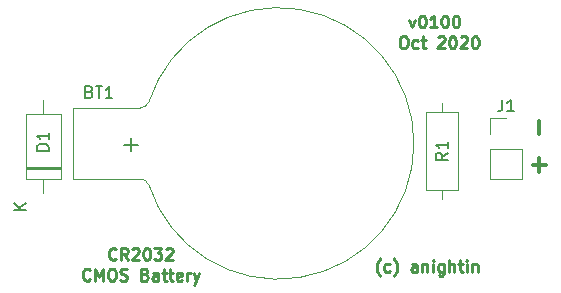
<source format=gbr>
G04 #@! TF.GenerationSoftware,KiCad,Pcbnew,(5.0.1-3-g963ef8bb5)*
G04 #@! TF.CreationDate,2020-10-05T18:58:13+01:00*
G04 #@! TF.ProjectId,CMOS_Battery_Holder,434D4F535F426174746572795F486F6C,rev?*
G04 #@! TF.SameCoordinates,Original*
G04 #@! TF.FileFunction,Legend,Top*
G04 #@! TF.FilePolarity,Positive*
%FSLAX46Y46*%
G04 Gerber Fmt 4.6, Leading zero omitted, Abs format (unit mm)*
G04 Created by KiCad (PCBNEW (5.0.1-3-g963ef8bb5)) date Monday, 05 October 2020 at 18:58:13*
%MOMM*%
%LPD*%
G01*
G04 APERTURE LIST*
%ADD10C,0.250000*%
%ADD11C,0.300000*%
%ADD12C,0.120000*%
%ADD13C,0.150000*%
G04 APERTURE END LIST*
D10*
X164227190Y-81587714D02*
X164465285Y-82254380D01*
X164703380Y-81587714D01*
X165274809Y-81254380D02*
X165370047Y-81254380D01*
X165465285Y-81302000D01*
X165512904Y-81349619D01*
X165560523Y-81444857D01*
X165608142Y-81635333D01*
X165608142Y-81873428D01*
X165560523Y-82063904D01*
X165512904Y-82159142D01*
X165465285Y-82206761D01*
X165370047Y-82254380D01*
X165274809Y-82254380D01*
X165179571Y-82206761D01*
X165131952Y-82159142D01*
X165084333Y-82063904D01*
X165036714Y-81873428D01*
X165036714Y-81635333D01*
X165084333Y-81444857D01*
X165131952Y-81349619D01*
X165179571Y-81302000D01*
X165274809Y-81254380D01*
X166560523Y-82254380D02*
X165989095Y-82254380D01*
X166274809Y-82254380D02*
X166274809Y-81254380D01*
X166179571Y-81397238D01*
X166084333Y-81492476D01*
X165989095Y-81540095D01*
X167179571Y-81254380D02*
X167274809Y-81254380D01*
X167370047Y-81302000D01*
X167417666Y-81349619D01*
X167465285Y-81444857D01*
X167512904Y-81635333D01*
X167512904Y-81873428D01*
X167465285Y-82063904D01*
X167417666Y-82159142D01*
X167370047Y-82206761D01*
X167274809Y-82254380D01*
X167179571Y-82254380D01*
X167084333Y-82206761D01*
X167036714Y-82159142D01*
X166989095Y-82063904D01*
X166941476Y-81873428D01*
X166941476Y-81635333D01*
X166989095Y-81444857D01*
X167036714Y-81349619D01*
X167084333Y-81302000D01*
X167179571Y-81254380D01*
X168131952Y-81254380D02*
X168227190Y-81254380D01*
X168322428Y-81302000D01*
X168370047Y-81349619D01*
X168417666Y-81444857D01*
X168465285Y-81635333D01*
X168465285Y-81873428D01*
X168417666Y-82063904D01*
X168370047Y-82159142D01*
X168322428Y-82206761D01*
X168227190Y-82254380D01*
X168131952Y-82254380D01*
X168036714Y-82206761D01*
X167989095Y-82159142D01*
X167941476Y-82063904D01*
X167893857Y-81873428D01*
X167893857Y-81635333D01*
X167941476Y-81444857D01*
X167989095Y-81349619D01*
X168036714Y-81302000D01*
X168131952Y-81254380D01*
X163655761Y-83004380D02*
X163846238Y-83004380D01*
X163941476Y-83052000D01*
X164036714Y-83147238D01*
X164084333Y-83337714D01*
X164084333Y-83671047D01*
X164036714Y-83861523D01*
X163941476Y-83956761D01*
X163846238Y-84004380D01*
X163655761Y-84004380D01*
X163560523Y-83956761D01*
X163465285Y-83861523D01*
X163417666Y-83671047D01*
X163417666Y-83337714D01*
X163465285Y-83147238D01*
X163560523Y-83052000D01*
X163655761Y-83004380D01*
X164941476Y-83956761D02*
X164846238Y-84004380D01*
X164655761Y-84004380D01*
X164560523Y-83956761D01*
X164512904Y-83909142D01*
X164465285Y-83813904D01*
X164465285Y-83528190D01*
X164512904Y-83432952D01*
X164560523Y-83385333D01*
X164655761Y-83337714D01*
X164846238Y-83337714D01*
X164941476Y-83385333D01*
X165227190Y-83337714D02*
X165608142Y-83337714D01*
X165370047Y-83004380D02*
X165370047Y-83861523D01*
X165417666Y-83956761D01*
X165512904Y-84004380D01*
X165608142Y-84004380D01*
X166655761Y-83099619D02*
X166703380Y-83052000D01*
X166798619Y-83004380D01*
X167036714Y-83004380D01*
X167131952Y-83052000D01*
X167179571Y-83099619D01*
X167227190Y-83194857D01*
X167227190Y-83290095D01*
X167179571Y-83432952D01*
X166608142Y-84004380D01*
X167227190Y-84004380D01*
X167846238Y-83004380D02*
X167941476Y-83004380D01*
X168036714Y-83052000D01*
X168084333Y-83099619D01*
X168131952Y-83194857D01*
X168179571Y-83385333D01*
X168179571Y-83623428D01*
X168131952Y-83813904D01*
X168084333Y-83909142D01*
X168036714Y-83956761D01*
X167941476Y-84004380D01*
X167846238Y-84004380D01*
X167751000Y-83956761D01*
X167703380Y-83909142D01*
X167655761Y-83813904D01*
X167608142Y-83623428D01*
X167608142Y-83385333D01*
X167655761Y-83194857D01*
X167703380Y-83099619D01*
X167751000Y-83052000D01*
X167846238Y-83004380D01*
X168560523Y-83099619D02*
X168608142Y-83052000D01*
X168703380Y-83004380D01*
X168941476Y-83004380D01*
X169036714Y-83052000D01*
X169084333Y-83099619D01*
X169131952Y-83194857D01*
X169131952Y-83290095D01*
X169084333Y-83432952D01*
X168512904Y-84004380D01*
X169131952Y-84004380D01*
X169751000Y-83004380D02*
X169846238Y-83004380D01*
X169941476Y-83052000D01*
X169989095Y-83099619D01*
X170036714Y-83194857D01*
X170084333Y-83385333D01*
X170084333Y-83623428D01*
X170036714Y-83813904D01*
X169989095Y-83909142D01*
X169941476Y-83956761D01*
X169846238Y-84004380D01*
X169751000Y-84004380D01*
X169655761Y-83956761D01*
X169608142Y-83909142D01*
X169560523Y-83813904D01*
X169512904Y-83623428D01*
X169512904Y-83385333D01*
X169560523Y-83194857D01*
X169608142Y-83099619D01*
X169655761Y-83052000D01*
X169751000Y-83004380D01*
X139382761Y-101844142D02*
X139335142Y-101891761D01*
X139192285Y-101939380D01*
X139097047Y-101939380D01*
X138954190Y-101891761D01*
X138858952Y-101796523D01*
X138811333Y-101701285D01*
X138763714Y-101510809D01*
X138763714Y-101367952D01*
X138811333Y-101177476D01*
X138858952Y-101082238D01*
X138954190Y-100987000D01*
X139097047Y-100939380D01*
X139192285Y-100939380D01*
X139335142Y-100987000D01*
X139382761Y-101034619D01*
X140382761Y-101939380D02*
X140049428Y-101463190D01*
X139811333Y-101939380D02*
X139811333Y-100939380D01*
X140192285Y-100939380D01*
X140287523Y-100987000D01*
X140335142Y-101034619D01*
X140382761Y-101129857D01*
X140382761Y-101272714D01*
X140335142Y-101367952D01*
X140287523Y-101415571D01*
X140192285Y-101463190D01*
X139811333Y-101463190D01*
X140763714Y-101034619D02*
X140811333Y-100987000D01*
X140906571Y-100939380D01*
X141144666Y-100939380D01*
X141239904Y-100987000D01*
X141287523Y-101034619D01*
X141335142Y-101129857D01*
X141335142Y-101225095D01*
X141287523Y-101367952D01*
X140716095Y-101939380D01*
X141335142Y-101939380D01*
X141954190Y-100939380D02*
X142049428Y-100939380D01*
X142144666Y-100987000D01*
X142192285Y-101034619D01*
X142239904Y-101129857D01*
X142287523Y-101320333D01*
X142287523Y-101558428D01*
X142239904Y-101748904D01*
X142192285Y-101844142D01*
X142144666Y-101891761D01*
X142049428Y-101939380D01*
X141954190Y-101939380D01*
X141858952Y-101891761D01*
X141811333Y-101844142D01*
X141763714Y-101748904D01*
X141716095Y-101558428D01*
X141716095Y-101320333D01*
X141763714Y-101129857D01*
X141811333Y-101034619D01*
X141858952Y-100987000D01*
X141954190Y-100939380D01*
X142620857Y-100939380D02*
X143239904Y-100939380D01*
X142906571Y-101320333D01*
X143049428Y-101320333D01*
X143144666Y-101367952D01*
X143192285Y-101415571D01*
X143239904Y-101510809D01*
X143239904Y-101748904D01*
X143192285Y-101844142D01*
X143144666Y-101891761D01*
X143049428Y-101939380D01*
X142763714Y-101939380D01*
X142668476Y-101891761D01*
X142620857Y-101844142D01*
X143620857Y-101034619D02*
X143668476Y-100987000D01*
X143763714Y-100939380D01*
X144001809Y-100939380D01*
X144097047Y-100987000D01*
X144144666Y-101034619D01*
X144192285Y-101129857D01*
X144192285Y-101225095D01*
X144144666Y-101367952D01*
X143573238Y-101939380D01*
X144192285Y-101939380D01*
X137192285Y-103594142D02*
X137144666Y-103641761D01*
X137001809Y-103689380D01*
X136906571Y-103689380D01*
X136763714Y-103641761D01*
X136668476Y-103546523D01*
X136620857Y-103451285D01*
X136573238Y-103260809D01*
X136573238Y-103117952D01*
X136620857Y-102927476D01*
X136668476Y-102832238D01*
X136763714Y-102737000D01*
X136906571Y-102689380D01*
X137001809Y-102689380D01*
X137144666Y-102737000D01*
X137192285Y-102784619D01*
X137620857Y-103689380D02*
X137620857Y-102689380D01*
X137954190Y-103403666D01*
X138287523Y-102689380D01*
X138287523Y-103689380D01*
X138954190Y-102689380D02*
X139144666Y-102689380D01*
X139239904Y-102737000D01*
X139335142Y-102832238D01*
X139382761Y-103022714D01*
X139382761Y-103356047D01*
X139335142Y-103546523D01*
X139239904Y-103641761D01*
X139144666Y-103689380D01*
X138954190Y-103689380D01*
X138858952Y-103641761D01*
X138763714Y-103546523D01*
X138716095Y-103356047D01*
X138716095Y-103022714D01*
X138763714Y-102832238D01*
X138858952Y-102737000D01*
X138954190Y-102689380D01*
X139763714Y-103641761D02*
X139906571Y-103689380D01*
X140144666Y-103689380D01*
X140239904Y-103641761D01*
X140287523Y-103594142D01*
X140335142Y-103498904D01*
X140335142Y-103403666D01*
X140287523Y-103308428D01*
X140239904Y-103260809D01*
X140144666Y-103213190D01*
X139954190Y-103165571D01*
X139858952Y-103117952D01*
X139811333Y-103070333D01*
X139763714Y-102975095D01*
X139763714Y-102879857D01*
X139811333Y-102784619D01*
X139858952Y-102737000D01*
X139954190Y-102689380D01*
X140192285Y-102689380D01*
X140335142Y-102737000D01*
X141858952Y-103165571D02*
X142001809Y-103213190D01*
X142049428Y-103260809D01*
X142097047Y-103356047D01*
X142097047Y-103498904D01*
X142049428Y-103594142D01*
X142001809Y-103641761D01*
X141906571Y-103689380D01*
X141525619Y-103689380D01*
X141525619Y-102689380D01*
X141858952Y-102689380D01*
X141954190Y-102737000D01*
X142001809Y-102784619D01*
X142049428Y-102879857D01*
X142049428Y-102975095D01*
X142001809Y-103070333D01*
X141954190Y-103117952D01*
X141858952Y-103165571D01*
X141525619Y-103165571D01*
X142954190Y-103689380D02*
X142954190Y-103165571D01*
X142906571Y-103070333D01*
X142811333Y-103022714D01*
X142620857Y-103022714D01*
X142525619Y-103070333D01*
X142954190Y-103641761D02*
X142858952Y-103689380D01*
X142620857Y-103689380D01*
X142525619Y-103641761D01*
X142478000Y-103546523D01*
X142478000Y-103451285D01*
X142525619Y-103356047D01*
X142620857Y-103308428D01*
X142858952Y-103308428D01*
X142954190Y-103260809D01*
X143287523Y-103022714D02*
X143668476Y-103022714D01*
X143430380Y-102689380D02*
X143430380Y-103546523D01*
X143478000Y-103641761D01*
X143573238Y-103689380D01*
X143668476Y-103689380D01*
X143858952Y-103022714D02*
X144239904Y-103022714D01*
X144001809Y-102689380D02*
X144001809Y-103546523D01*
X144049428Y-103641761D01*
X144144666Y-103689380D01*
X144239904Y-103689380D01*
X144954190Y-103641761D02*
X144858952Y-103689380D01*
X144668476Y-103689380D01*
X144573238Y-103641761D01*
X144525619Y-103546523D01*
X144525619Y-103165571D01*
X144573238Y-103070333D01*
X144668476Y-103022714D01*
X144858952Y-103022714D01*
X144954190Y-103070333D01*
X145001809Y-103165571D01*
X145001809Y-103260809D01*
X144525619Y-103356047D01*
X145430380Y-103689380D02*
X145430380Y-103022714D01*
X145430380Y-103213190D02*
X145478000Y-103117952D01*
X145525619Y-103070333D01*
X145620857Y-103022714D01*
X145716095Y-103022714D01*
X145954190Y-103022714D02*
X146192285Y-103689380D01*
X146430380Y-103022714D02*
X146192285Y-103689380D01*
X146097047Y-103927476D01*
X146049428Y-103975095D01*
X145954190Y-104022714D01*
X161758857Y-103322333D02*
X161711238Y-103274714D01*
X161616000Y-103131857D01*
X161568380Y-103036619D01*
X161520761Y-102893761D01*
X161473142Y-102655666D01*
X161473142Y-102465190D01*
X161520761Y-102227095D01*
X161568380Y-102084238D01*
X161616000Y-101989000D01*
X161711238Y-101846142D01*
X161758857Y-101798523D01*
X162568380Y-102893761D02*
X162473142Y-102941380D01*
X162282666Y-102941380D01*
X162187428Y-102893761D01*
X162139809Y-102846142D01*
X162092190Y-102750904D01*
X162092190Y-102465190D01*
X162139809Y-102369952D01*
X162187428Y-102322333D01*
X162282666Y-102274714D01*
X162473142Y-102274714D01*
X162568380Y-102322333D01*
X162901714Y-103322333D02*
X162949333Y-103274714D01*
X163044571Y-103131857D01*
X163092190Y-103036619D01*
X163139809Y-102893761D01*
X163187428Y-102655666D01*
X163187428Y-102465190D01*
X163139809Y-102227095D01*
X163092190Y-102084238D01*
X163044571Y-101989000D01*
X162949333Y-101846142D01*
X162901714Y-101798523D01*
X164854095Y-102941380D02*
X164854095Y-102417571D01*
X164806476Y-102322333D01*
X164711238Y-102274714D01*
X164520761Y-102274714D01*
X164425523Y-102322333D01*
X164854095Y-102893761D02*
X164758857Y-102941380D01*
X164520761Y-102941380D01*
X164425523Y-102893761D01*
X164377904Y-102798523D01*
X164377904Y-102703285D01*
X164425523Y-102608047D01*
X164520761Y-102560428D01*
X164758857Y-102560428D01*
X164854095Y-102512809D01*
X165330285Y-102274714D02*
X165330285Y-102941380D01*
X165330285Y-102369952D02*
X165377904Y-102322333D01*
X165473142Y-102274714D01*
X165616000Y-102274714D01*
X165711238Y-102322333D01*
X165758857Y-102417571D01*
X165758857Y-102941380D01*
X166235047Y-102941380D02*
X166235047Y-102274714D01*
X166235047Y-101941380D02*
X166187428Y-101989000D01*
X166235047Y-102036619D01*
X166282666Y-101989000D01*
X166235047Y-101941380D01*
X166235047Y-102036619D01*
X167139809Y-102274714D02*
X167139809Y-103084238D01*
X167092190Y-103179476D01*
X167044571Y-103227095D01*
X166949333Y-103274714D01*
X166806476Y-103274714D01*
X166711238Y-103227095D01*
X167139809Y-102893761D02*
X167044571Y-102941380D01*
X166854095Y-102941380D01*
X166758857Y-102893761D01*
X166711238Y-102846142D01*
X166663619Y-102750904D01*
X166663619Y-102465190D01*
X166711238Y-102369952D01*
X166758857Y-102322333D01*
X166854095Y-102274714D01*
X167044571Y-102274714D01*
X167139809Y-102322333D01*
X167616000Y-102941380D02*
X167616000Y-101941380D01*
X168044571Y-102941380D02*
X168044571Y-102417571D01*
X167996952Y-102322333D01*
X167901714Y-102274714D01*
X167758857Y-102274714D01*
X167663619Y-102322333D01*
X167616000Y-102369952D01*
X168377904Y-102274714D02*
X168758857Y-102274714D01*
X168520761Y-101941380D02*
X168520761Y-102798523D01*
X168568380Y-102893761D01*
X168663619Y-102941380D01*
X168758857Y-102941380D01*
X169092190Y-102941380D02*
X169092190Y-102274714D01*
X169092190Y-101941380D02*
X169044571Y-101989000D01*
X169092190Y-102036619D01*
X169139809Y-101989000D01*
X169092190Y-101941380D01*
X169092190Y-102036619D01*
X169568380Y-102274714D02*
X169568380Y-102941380D01*
X169568380Y-102369952D02*
X169616000Y-102322333D01*
X169711238Y-102274714D01*
X169854095Y-102274714D01*
X169949333Y-102322333D01*
X169996952Y-102417571D01*
X169996952Y-102941380D01*
D11*
X175225421Y-90166756D02*
X175225421Y-91309613D01*
X175225421Y-93341756D02*
X175225421Y-94484613D01*
X174653992Y-93913185D02*
X175796849Y-93913185D01*
D12*
G04 #@! TO.C,D1*
X131753000Y-95049000D02*
X134693000Y-95049000D01*
X134693000Y-95049000D02*
X134693000Y-89609000D01*
X134693000Y-89609000D02*
X131753000Y-89609000D01*
X131753000Y-89609000D02*
X131753000Y-95049000D01*
X133223000Y-96269000D02*
X133223000Y-95049000D01*
X133223000Y-88389000D02*
X133223000Y-89609000D01*
X131753000Y-94149000D02*
X134693000Y-94149000D01*
X131753000Y-94029000D02*
X134693000Y-94029000D01*
X131753000Y-94269000D02*
X134693000Y-94269000D01*
G04 #@! TO.C,R1*
X165635000Y-95980000D02*
X168375000Y-95980000D01*
X168375000Y-95980000D02*
X168375000Y-89440000D01*
X168375000Y-89440000D02*
X165635000Y-89440000D01*
X165635000Y-89440000D02*
X165635000Y-95980000D01*
X167005000Y-96750000D02*
X167005000Y-95980000D01*
X167005000Y-88670000D02*
X167005000Y-89440000D01*
G04 #@! TO.C,BT1*
X164617671Y-92029719D02*
G75*
G02X142172000Y-95575000I-11495671J-45281D01*
G01*
X142173754Y-95601384D02*
G75*
G03X141422000Y-95075000I-751754J-273616D01*
G01*
X164617671Y-92120281D02*
G75*
G03X142172000Y-88575000I-11495671J45281D01*
G01*
X142173754Y-88548616D02*
G75*
G02X141422000Y-89075000I-751754J273616D01*
G01*
X135722000Y-89075000D02*
X141422000Y-89075000D01*
X135722000Y-95075000D02*
X135722000Y-89075000D01*
X135722000Y-95075000D02*
X141422000Y-95075000D01*
G04 #@! TO.C,J1*
X171081564Y-95116185D02*
X173741564Y-95116185D01*
X171081564Y-92516185D02*
X171081564Y-95116185D01*
X173741564Y-92516185D02*
X173741564Y-95116185D01*
X171081564Y-92516185D02*
X173741564Y-92516185D01*
X171081564Y-91246185D02*
X171081564Y-89916185D01*
X171081564Y-89916185D02*
X172411564Y-89916185D01*
G04 #@! TO.C,D1*
D13*
X133675380Y-92686095D02*
X132675380Y-92686095D01*
X132675380Y-92448000D01*
X132723000Y-92305142D01*
X132818238Y-92209904D01*
X132913476Y-92162285D01*
X133103952Y-92114666D01*
X133246809Y-92114666D01*
X133437285Y-92162285D01*
X133532523Y-92209904D01*
X133627761Y-92305142D01*
X133675380Y-92448000D01*
X133675380Y-92686095D01*
X133675380Y-91162285D02*
X133675380Y-91733714D01*
X133675380Y-91448000D02*
X132675380Y-91448000D01*
X132818238Y-91543238D01*
X132913476Y-91638476D01*
X132961095Y-91733714D01*
X131775380Y-97670904D02*
X130775380Y-97670904D01*
X131775380Y-97099476D02*
X131203952Y-97528047D01*
X130775380Y-97099476D02*
X131346809Y-97670904D01*
G04 #@! TO.C,R1*
X167457380Y-92876666D02*
X166981190Y-93210000D01*
X167457380Y-93448095D02*
X166457380Y-93448095D01*
X166457380Y-93067142D01*
X166505000Y-92971904D01*
X166552619Y-92924285D01*
X166647857Y-92876666D01*
X166790714Y-92876666D01*
X166885952Y-92924285D01*
X166933571Y-92971904D01*
X166981190Y-93067142D01*
X166981190Y-93448095D01*
X167457380Y-91924285D02*
X167457380Y-92495714D01*
X167457380Y-92210000D02*
X166457380Y-92210000D01*
X166600238Y-92305238D01*
X166695476Y-92400476D01*
X166743095Y-92495714D01*
G04 #@! TO.C,BT1*
X137136285Y-87703571D02*
X137279142Y-87751190D01*
X137326761Y-87798809D01*
X137374380Y-87894047D01*
X137374380Y-88036904D01*
X137326761Y-88132142D01*
X137279142Y-88179761D01*
X137183904Y-88227380D01*
X136802952Y-88227380D01*
X136802952Y-87227380D01*
X137136285Y-87227380D01*
X137231523Y-87275000D01*
X137279142Y-87322619D01*
X137326761Y-87417857D01*
X137326761Y-87513095D01*
X137279142Y-87608333D01*
X137231523Y-87655952D01*
X137136285Y-87703571D01*
X136802952Y-87703571D01*
X137660095Y-87227380D02*
X138231523Y-87227380D01*
X137945809Y-88227380D02*
X137945809Y-87227380D01*
X139088666Y-88227380D02*
X138517238Y-88227380D01*
X138802952Y-88227380D02*
X138802952Y-87227380D01*
X138707714Y-87370238D01*
X138612476Y-87465476D01*
X138517238Y-87513095D01*
X140100571Y-92182142D02*
X141243428Y-92182142D01*
X140672000Y-92753571D02*
X140672000Y-91610714D01*
G04 #@! TO.C,J1*
X172078230Y-88368565D02*
X172078230Y-89082851D01*
X172030611Y-89225708D01*
X171935373Y-89320946D01*
X171792516Y-89368565D01*
X171697278Y-89368565D01*
X173078230Y-89368565D02*
X172506802Y-89368565D01*
X172792516Y-89368565D02*
X172792516Y-88368565D01*
X172697278Y-88511423D01*
X172602040Y-88606661D01*
X172506802Y-88654280D01*
G04 #@! TD*
M02*

</source>
